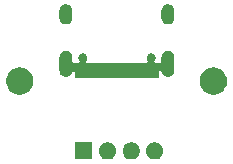
<source format=gts>
G04 #@! TF.GenerationSoftware,KiCad,Pcbnew,5.1.5+dfsg1-2build2*
G04 #@! TF.CreationDate,2022-10-02T22:40:52+02:00*
G04 #@! TF.ProjectId,fox_usb,666f785f-7573-4622-9e6b-696361645f70,rev?*
G04 #@! TF.SameCoordinates,Original*
G04 #@! TF.FileFunction,Soldermask,Top*
G04 #@! TF.FilePolarity,Negative*
%FSLAX46Y46*%
G04 Gerber Fmt 4.6, Leading zero omitted, Abs format (unit mm)*
G04 Created by KiCad (PCBNEW 5.1.5+dfsg1-2build2) date 2022-10-02 22:40:52*
%MOMM*%
%LPD*%
G04 APERTURE LIST*
%ADD10C,0.100000*%
G04 APERTURE END LIST*
D10*
G36*
X106441766Y-60921899D02*
G01*
X106573888Y-60976626D01*
X106573890Y-60976627D01*
X106692798Y-61056079D01*
X106793921Y-61157202D01*
X106793922Y-61157204D01*
X106873374Y-61276112D01*
X106928101Y-61408234D01*
X106956000Y-61548494D01*
X106956000Y-61691506D01*
X106928101Y-61831766D01*
X106873374Y-61963888D01*
X106873373Y-61963890D01*
X106793921Y-62082798D01*
X106692798Y-62183921D01*
X106573890Y-62263373D01*
X106573889Y-62263374D01*
X106573888Y-62263374D01*
X106441766Y-62318101D01*
X106301506Y-62346000D01*
X106158494Y-62346000D01*
X106018234Y-62318101D01*
X105886112Y-62263374D01*
X105886111Y-62263374D01*
X105886110Y-62263373D01*
X105767202Y-62183921D01*
X105666079Y-62082798D01*
X105586627Y-61963890D01*
X105586626Y-61963888D01*
X105531899Y-61831766D01*
X105504000Y-61691506D01*
X105504000Y-61548494D01*
X105531899Y-61408234D01*
X105586626Y-61276112D01*
X105666078Y-61157204D01*
X105666079Y-61157202D01*
X105767202Y-61056079D01*
X105886110Y-60976627D01*
X105886112Y-60976626D01*
X106018234Y-60921899D01*
X106158494Y-60894000D01*
X106301506Y-60894000D01*
X106441766Y-60921899D01*
G37*
G36*
X104441766Y-60921899D02*
G01*
X104573888Y-60976626D01*
X104573890Y-60976627D01*
X104692798Y-61056079D01*
X104793921Y-61157202D01*
X104793922Y-61157204D01*
X104873374Y-61276112D01*
X104928101Y-61408234D01*
X104956000Y-61548494D01*
X104956000Y-61691506D01*
X104928101Y-61831766D01*
X104873374Y-61963888D01*
X104873373Y-61963890D01*
X104793921Y-62082798D01*
X104692798Y-62183921D01*
X104573890Y-62263373D01*
X104573889Y-62263374D01*
X104573888Y-62263374D01*
X104441766Y-62318101D01*
X104301506Y-62346000D01*
X104158494Y-62346000D01*
X104018234Y-62318101D01*
X103886112Y-62263374D01*
X103886111Y-62263374D01*
X103886110Y-62263373D01*
X103767202Y-62183921D01*
X103666079Y-62082798D01*
X103586627Y-61963890D01*
X103586626Y-61963888D01*
X103531899Y-61831766D01*
X103504000Y-61691506D01*
X103504000Y-61548494D01*
X103531899Y-61408234D01*
X103586626Y-61276112D01*
X103666078Y-61157204D01*
X103666079Y-61157202D01*
X103767202Y-61056079D01*
X103886110Y-60976627D01*
X103886112Y-60976626D01*
X104018234Y-60921899D01*
X104158494Y-60894000D01*
X104301506Y-60894000D01*
X104441766Y-60921899D01*
G37*
G36*
X102956000Y-62346000D02*
G01*
X101504000Y-62346000D01*
X101504000Y-60894000D01*
X102956000Y-60894000D01*
X102956000Y-62346000D01*
G37*
G36*
X108441766Y-60921899D02*
G01*
X108573888Y-60976626D01*
X108573890Y-60976627D01*
X108692798Y-61056079D01*
X108793921Y-61157202D01*
X108793922Y-61157204D01*
X108873374Y-61276112D01*
X108928101Y-61408234D01*
X108956000Y-61548494D01*
X108956000Y-61691506D01*
X108928101Y-61831766D01*
X108873374Y-61963888D01*
X108873373Y-61963890D01*
X108793921Y-62082798D01*
X108692798Y-62183921D01*
X108573890Y-62263373D01*
X108573889Y-62263374D01*
X108573888Y-62263374D01*
X108441766Y-62318101D01*
X108301506Y-62346000D01*
X108158494Y-62346000D01*
X108018234Y-62318101D01*
X107886112Y-62263374D01*
X107886111Y-62263374D01*
X107886110Y-62263373D01*
X107767202Y-62183921D01*
X107666079Y-62082798D01*
X107586627Y-61963890D01*
X107586626Y-61963888D01*
X107531899Y-61831766D01*
X107504000Y-61691506D01*
X107504000Y-61548494D01*
X107531899Y-61408234D01*
X107586626Y-61276112D01*
X107666078Y-61157204D01*
X107666079Y-61157202D01*
X107767202Y-61056079D01*
X107886110Y-60976627D01*
X107886112Y-60976626D01*
X108018234Y-60921899D01*
X108158494Y-60894000D01*
X108301506Y-60894000D01*
X108441766Y-60921899D01*
G37*
G36*
X97024549Y-54571116D02*
G01*
X97135734Y-54593232D01*
X97345203Y-54679997D01*
X97533720Y-54805960D01*
X97694040Y-54966280D01*
X97820003Y-55154797D01*
X97906768Y-55364266D01*
X97951000Y-55586636D01*
X97951000Y-55813364D01*
X97906768Y-56035734D01*
X97820003Y-56245203D01*
X97694040Y-56433720D01*
X97533720Y-56594040D01*
X97345203Y-56720003D01*
X97135734Y-56806768D01*
X97024549Y-56828884D01*
X96913365Y-56851000D01*
X96686635Y-56851000D01*
X96575451Y-56828884D01*
X96464266Y-56806768D01*
X96254797Y-56720003D01*
X96066280Y-56594040D01*
X95905960Y-56433720D01*
X95779997Y-56245203D01*
X95693232Y-56035734D01*
X95649000Y-55813364D01*
X95649000Y-55586636D01*
X95693232Y-55364266D01*
X95779997Y-55154797D01*
X95905960Y-54966280D01*
X96066280Y-54805960D01*
X96254797Y-54679997D01*
X96464266Y-54593232D01*
X96575451Y-54571116D01*
X96686635Y-54549000D01*
X96913365Y-54549000D01*
X97024549Y-54571116D01*
G37*
G36*
X113424549Y-54571116D02*
G01*
X113535734Y-54593232D01*
X113745203Y-54679997D01*
X113933720Y-54805960D01*
X114094040Y-54966280D01*
X114220003Y-55154797D01*
X114306768Y-55364266D01*
X114351000Y-55586636D01*
X114351000Y-55813364D01*
X114306768Y-56035734D01*
X114220003Y-56245203D01*
X114094040Y-56433720D01*
X113933720Y-56594040D01*
X113745203Y-56720003D01*
X113535734Y-56806768D01*
X113424549Y-56828884D01*
X113313365Y-56851000D01*
X113086635Y-56851000D01*
X112975451Y-56828884D01*
X112864266Y-56806768D01*
X112654797Y-56720003D01*
X112466280Y-56594040D01*
X112305960Y-56433720D01*
X112179997Y-56245203D01*
X112093232Y-56035734D01*
X112049000Y-55813364D01*
X112049000Y-55586636D01*
X112093232Y-55364266D01*
X112179997Y-55154797D01*
X112305960Y-54966280D01*
X112466280Y-54805960D01*
X112654797Y-54679997D01*
X112864266Y-54593232D01*
X112975451Y-54571116D01*
X113086635Y-54549000D01*
X113313365Y-54549000D01*
X113424549Y-54571116D01*
G37*
G36*
X109458015Y-53136973D02*
G01*
X109561879Y-53168479D01*
X109589055Y-53183005D01*
X109657600Y-53219643D01*
X109741501Y-53288499D01*
X109810357Y-53372400D01*
X109845390Y-53437942D01*
X109861521Y-53468121D01*
X109893027Y-53571985D01*
X109901000Y-53652933D01*
X109901000Y-54807067D01*
X109893027Y-54888015D01*
X109861521Y-54991879D01*
X109810356Y-55087600D01*
X109741501Y-55171501D01*
X109672645Y-55228009D01*
X109657599Y-55240357D01*
X109605907Y-55267987D01*
X109561878Y-55291521D01*
X109458014Y-55323027D01*
X109350000Y-55333666D01*
X109241985Y-55323027D01*
X109138121Y-55291521D01*
X109094093Y-55267987D01*
X109042401Y-55240357D01*
X109029643Y-55229887D01*
X108958499Y-55171501D01*
X108889644Y-55087600D01*
X108838479Y-54991878D01*
X108825612Y-54949461D01*
X108816238Y-54926831D01*
X108802625Y-54906457D01*
X108785298Y-54889130D01*
X108764923Y-54875516D01*
X108742284Y-54866138D01*
X108718251Y-54861358D01*
X108693747Y-54861358D01*
X108669714Y-54866138D01*
X108647075Y-54875516D01*
X108626701Y-54889129D01*
X108609374Y-54906456D01*
X108595760Y-54926831D01*
X108586382Y-54949470D01*
X108581602Y-54973503D01*
X108581000Y-54985755D01*
X108581000Y-55421000D01*
X101479000Y-55421000D01*
X101479000Y-54985756D01*
X101476598Y-54961370D01*
X101469485Y-54937921D01*
X101457934Y-54916310D01*
X101442389Y-54897368D01*
X101423447Y-54881823D01*
X101401836Y-54870272D01*
X101378387Y-54863159D01*
X101354001Y-54860757D01*
X101329615Y-54863159D01*
X101306166Y-54870272D01*
X101284555Y-54881823D01*
X101265613Y-54897368D01*
X101250068Y-54916310D01*
X101238517Y-54937921D01*
X101234391Y-54949453D01*
X101221521Y-54991879D01*
X101170356Y-55087600D01*
X101101501Y-55171501D01*
X101032645Y-55228009D01*
X101017599Y-55240357D01*
X100965907Y-55267987D01*
X100921878Y-55291521D01*
X100818014Y-55323027D01*
X100710000Y-55333666D01*
X100601985Y-55323027D01*
X100498121Y-55291521D01*
X100454093Y-55267987D01*
X100402401Y-55240357D01*
X100389643Y-55229887D01*
X100318499Y-55171501D01*
X100249644Y-55087600D01*
X100198479Y-54991878D01*
X100166973Y-54888014D01*
X100159000Y-54807066D01*
X100159001Y-53652933D01*
X100166974Y-53571985D01*
X100198480Y-53468121D01*
X100214611Y-53437942D01*
X100249644Y-53372400D01*
X100318500Y-53288499D01*
X100402401Y-53219643D01*
X100470946Y-53183005D01*
X100498122Y-53168479D01*
X100601986Y-53136973D01*
X100710000Y-53126334D01*
X100818015Y-53136973D01*
X100921879Y-53168479D01*
X100949055Y-53183005D01*
X101017600Y-53219643D01*
X101101501Y-53288499D01*
X101170357Y-53372400D01*
X101205390Y-53437942D01*
X101221521Y-53468121D01*
X101253027Y-53571985D01*
X101261000Y-53652933D01*
X101261000Y-54044001D01*
X101263402Y-54068387D01*
X101270515Y-54091836D01*
X101282066Y-54113447D01*
X101297611Y-54132389D01*
X101316553Y-54147934D01*
X101338164Y-54159485D01*
X101361613Y-54166598D01*
X101385999Y-54169000D01*
X101747263Y-54169000D01*
X101771649Y-54166598D01*
X101795098Y-54159485D01*
X101816709Y-54147934D01*
X101835651Y-54132389D01*
X101851196Y-54113447D01*
X101862747Y-54091836D01*
X101869860Y-54068387D01*
X101872262Y-54044001D01*
X101869860Y-54019615D01*
X101862747Y-53996166D01*
X101851196Y-53974555D01*
X101847944Y-53969688D01*
X101847942Y-53969686D01*
X101806793Y-53908103D01*
X101778450Y-53839675D01*
X101764000Y-53767033D01*
X101764000Y-53692967D01*
X101771962Y-53652939D01*
X101778449Y-53620328D01*
X101798473Y-53571985D01*
X101806793Y-53551897D01*
X101847942Y-53490314D01*
X101900314Y-53437942D01*
X101961897Y-53396793D01*
X102030325Y-53368450D01*
X102030326Y-53368450D01*
X102030328Y-53368449D01*
X102102966Y-53354000D01*
X102177034Y-53354000D01*
X102249672Y-53368449D01*
X102249674Y-53368450D01*
X102249675Y-53368450D01*
X102318103Y-53396793D01*
X102379686Y-53437942D01*
X102432058Y-53490314D01*
X102473207Y-53551897D01*
X102481527Y-53571985D01*
X102501551Y-53620328D01*
X102508038Y-53652939D01*
X102516000Y-53692967D01*
X102516000Y-53767033D01*
X102501550Y-53839675D01*
X102473207Y-53908103D01*
X102432058Y-53969686D01*
X102432056Y-53969688D01*
X102428804Y-53974555D01*
X102417253Y-53996166D01*
X102410140Y-54019615D01*
X102407738Y-54044001D01*
X102410140Y-54068387D01*
X102417253Y-54091836D01*
X102428804Y-54113447D01*
X102444349Y-54132389D01*
X102463291Y-54147934D01*
X102484902Y-54159485D01*
X102508351Y-54166598D01*
X102532737Y-54169000D01*
X107527263Y-54169000D01*
X107551649Y-54166598D01*
X107575098Y-54159485D01*
X107596709Y-54147934D01*
X107615651Y-54132389D01*
X107631196Y-54113447D01*
X107642747Y-54091836D01*
X107649860Y-54068387D01*
X107652262Y-54044001D01*
X107649860Y-54019615D01*
X107642747Y-53996166D01*
X107631196Y-53974555D01*
X107627944Y-53969688D01*
X107627942Y-53969686D01*
X107586793Y-53908103D01*
X107558450Y-53839675D01*
X107544000Y-53767033D01*
X107544000Y-53692967D01*
X107551962Y-53652939D01*
X107558449Y-53620328D01*
X107578473Y-53571985D01*
X107586793Y-53551897D01*
X107627942Y-53490314D01*
X107680314Y-53437942D01*
X107741897Y-53396793D01*
X107810325Y-53368450D01*
X107810326Y-53368450D01*
X107810328Y-53368449D01*
X107882966Y-53354000D01*
X107957034Y-53354000D01*
X108029672Y-53368449D01*
X108029674Y-53368450D01*
X108029675Y-53368450D01*
X108098103Y-53396793D01*
X108159686Y-53437942D01*
X108212058Y-53490314D01*
X108253207Y-53551897D01*
X108261527Y-53571985D01*
X108281551Y-53620328D01*
X108288038Y-53652939D01*
X108296000Y-53692967D01*
X108296000Y-53767033D01*
X108281550Y-53839675D01*
X108253207Y-53908103D01*
X108212058Y-53969686D01*
X108212056Y-53969688D01*
X108208804Y-53974555D01*
X108197253Y-53996166D01*
X108190140Y-54019615D01*
X108187738Y-54044001D01*
X108190140Y-54068387D01*
X108197253Y-54091836D01*
X108208804Y-54113447D01*
X108224349Y-54132389D01*
X108243291Y-54147934D01*
X108264902Y-54159485D01*
X108288351Y-54166598D01*
X108312737Y-54169000D01*
X108674002Y-54169000D01*
X108698388Y-54166598D01*
X108721837Y-54159485D01*
X108743448Y-54147934D01*
X108762390Y-54132389D01*
X108777935Y-54113447D01*
X108789486Y-54091836D01*
X108796599Y-54068387D01*
X108799001Y-54044001D01*
X108799001Y-53652933D01*
X108806974Y-53571985D01*
X108838480Y-53468121D01*
X108854611Y-53437942D01*
X108889644Y-53372400D01*
X108958500Y-53288499D01*
X109042401Y-53219643D01*
X109110946Y-53183005D01*
X109138122Y-53168479D01*
X109241986Y-53136973D01*
X109350000Y-53126334D01*
X109458015Y-53136973D01*
G37*
G36*
X109458015Y-49206973D02*
G01*
X109561879Y-49238479D01*
X109589055Y-49253005D01*
X109657600Y-49289643D01*
X109741501Y-49358499D01*
X109810357Y-49442400D01*
X109846995Y-49510945D01*
X109861521Y-49538121D01*
X109893027Y-49641985D01*
X109901000Y-49722933D01*
X109901000Y-50377067D01*
X109893027Y-50458015D01*
X109861521Y-50561879D01*
X109810356Y-50657600D01*
X109741501Y-50741501D01*
X109672645Y-50798009D01*
X109657599Y-50810357D01*
X109605907Y-50837987D01*
X109561878Y-50861521D01*
X109458014Y-50893027D01*
X109350000Y-50903666D01*
X109241985Y-50893027D01*
X109138121Y-50861521D01*
X109094093Y-50837987D01*
X109042401Y-50810357D01*
X109029643Y-50799887D01*
X108958499Y-50741501D01*
X108889644Y-50657600D01*
X108838479Y-50561878D01*
X108806973Y-50458014D01*
X108799000Y-50377066D01*
X108799000Y-49722933D01*
X108806973Y-49641985D01*
X108838480Y-49538121D01*
X108838482Y-49538118D01*
X108889645Y-49442399D01*
X108958500Y-49358499D01*
X109042401Y-49289643D01*
X109110946Y-49253005D01*
X109138122Y-49238479D01*
X109241986Y-49206973D01*
X109350000Y-49196334D01*
X109458015Y-49206973D01*
G37*
G36*
X100818015Y-49206973D02*
G01*
X100921879Y-49238479D01*
X100949055Y-49253005D01*
X101017600Y-49289643D01*
X101101501Y-49358499D01*
X101170357Y-49442400D01*
X101206995Y-49510945D01*
X101221521Y-49538121D01*
X101253027Y-49641985D01*
X101261000Y-49722933D01*
X101261000Y-50377067D01*
X101253027Y-50458015D01*
X101221521Y-50561879D01*
X101170356Y-50657600D01*
X101101501Y-50741501D01*
X101032645Y-50798009D01*
X101017599Y-50810357D01*
X100965907Y-50837987D01*
X100921878Y-50861521D01*
X100818014Y-50893027D01*
X100710000Y-50903666D01*
X100601985Y-50893027D01*
X100498121Y-50861521D01*
X100454093Y-50837987D01*
X100402401Y-50810357D01*
X100389643Y-50799887D01*
X100318499Y-50741501D01*
X100249644Y-50657600D01*
X100198479Y-50561878D01*
X100166973Y-50458014D01*
X100159000Y-50377066D01*
X100159000Y-49722933D01*
X100166973Y-49641985D01*
X100198480Y-49538121D01*
X100198482Y-49538118D01*
X100249645Y-49442399D01*
X100318500Y-49358499D01*
X100402401Y-49289643D01*
X100470946Y-49253005D01*
X100498122Y-49238479D01*
X100601986Y-49206973D01*
X100710000Y-49196334D01*
X100818015Y-49206973D01*
G37*
M02*

</source>
